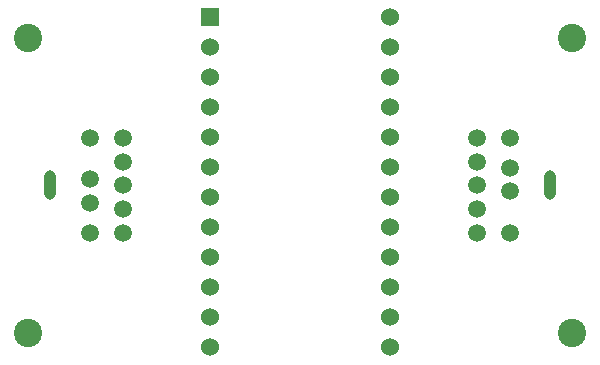
<source format=gbr>
%TF.GenerationSoftware,KiCad,Pcbnew,(5.1.10)-1*%
%TF.CreationDate,2021-07-03T16:57:32-05:00*%
%TF.ProjectId,Controller,436f6e74-726f-46c6-9c65-722e6b696361,rev?*%
%TF.SameCoordinates,Original*%
%TF.FileFunction,Soldermask,Bot*%
%TF.FilePolarity,Negative*%
%FSLAX46Y46*%
G04 Gerber Fmt 4.6, Leading zero omitted, Abs format (unit mm)*
G04 Created by KiCad (PCBNEW (5.1.10)-1) date 2021-07-03 16:57:32*
%MOMM*%
%LPD*%
G01*
G04 APERTURE LIST*
%ADD10C,2.400000*%
%ADD11O,1.000000X2.500000*%
%ADD12C,1.500000*%
%ADD13R,1.524000X1.524000*%
%ADD14C,1.524000*%
G04 APERTURE END LIST*
D10*
%TO.C,REF\u002A\u002A*%
X23000000Y-48000000D03*
%TD*%
%TO.C,REF\u002A\u002A*%
X69000000Y-48000000D03*
%TD*%
%TO.C,REF\u002A\u002A*%
X69000000Y-23000000D03*
%TD*%
%TO.C,REF\u002A\u002A*%
X23000000Y-23000000D03*
%TD*%
D11*
%TO.C,ULH1*%
X24850000Y-35500000D03*
D12*
X28200000Y-35000000D03*
X28200000Y-37000000D03*
X28200000Y-39500000D03*
X28200000Y-31500000D03*
X31000000Y-31500000D03*
X31000000Y-33500000D03*
X31000000Y-35500000D03*
X31000000Y-37500000D03*
X31000000Y-39500000D03*
%TD*%
%TO.C,URH1*%
X61000000Y-31500000D03*
X61000000Y-33500000D03*
X61000000Y-35500000D03*
X61000000Y-37500000D03*
X61000000Y-39500000D03*
X63800000Y-39500000D03*
X63800000Y-31500000D03*
X63800000Y-34000000D03*
X63800000Y-36000000D03*
D11*
X67150000Y-35500000D03*
%TD*%
D13*
%TO.C,UT2*%
X38380000Y-21270000D03*
D14*
X38380000Y-23810000D03*
X38380000Y-26350000D03*
X38380000Y-28890000D03*
X38380000Y-31430000D03*
X38380000Y-33970000D03*
X38380000Y-36510000D03*
X38380000Y-39050000D03*
X38380000Y-41590000D03*
X38380000Y-44130000D03*
X38380000Y-46670000D03*
X38380000Y-49210000D03*
X53620000Y-49210000D03*
X53620000Y-46670000D03*
X53620000Y-44130000D03*
X53620000Y-41590000D03*
X53620000Y-39050000D03*
X53620000Y-36510000D03*
X53620000Y-33970000D03*
X53620000Y-31430000D03*
X53620000Y-28890000D03*
X53620000Y-26350000D03*
X53620000Y-23810000D03*
X53620000Y-21270000D03*
%TD*%
M02*

</source>
